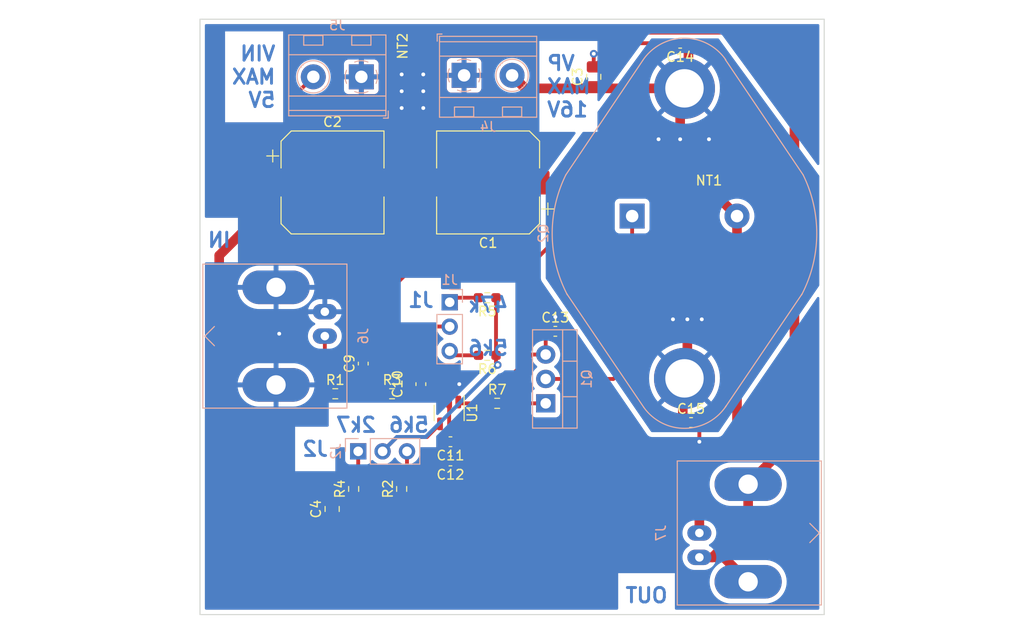
<source format=kicad_pcb>
(kicad_pcb (version 20211014) (generator pcbnew)
  (layers (0 "F.Cu" signal) (31 "B.Cu" signal) (34 "B.Paste" user) (35 "F.Paste" user) (36 "B.SilkS" user "B.Silkscreen") (37 "F.SilkS" user "F.Silkscreen") (38 "B.Mask" user) (39 "F.Mask" user) (44 "Edge.Cuts" user))
  (net 0 "")
  (net 1 "vpower")
  (net 2 "GND")
  (net 3 "vin")
  (net 4 "/sallen_mid_0")
  (net 5 "/feedback0")
  (net 6 "/in0+")
  (net 7 "/rsel01-")
  (net 8 "/rsel01+")
  (net 9 "/in0")
  (net 10 "/out0-")
  (net 11 "/out0+")
  (net 12 "/opout0")
  (net 13 "/rsel02+")
  (net 14 "/in0-")
  (net 15 "/rsel02-")
  (net 16 "/opout_r0")
  (net 17 "/opout_base_0")
  (footprint "Resistor_SMD:R_0603_1608Metric_Pad0.98x0.95mm_HandSolder" (layer "F.Cu") (at 52.925 72)
    (fp_text reference "R3" (at 0 -1.43) (layer "F.SilkS"))
    (fp_text value "82k")
    (fp_line (start -0.254724 0.5225) (end 0.254724 0.5225) (layer "F.SilkS") (width 0.12))
    (fp_line (start -0.254724 -0.5225) (end 0.254724 -0.5225) (layer "F.SilkS") (width 0.12))
    (pad "1" smd roundrect locked (at -0.9125 0) (size 0.975 0.95) (layers "F.Cu" "F.Paste" "F.Mask") (net 4 "/sallen_mid_0"))
    (pad "2" smd roundrect locked (at 0.9125 0) (size 0.975 0.95) (layers "F.Cu" "F.Paste" "F.Mask") (net 6 "/in0+"))
  )
  (footprint "Capacitor_SMD:C_0603_1608Metric_Pad1.08x0.95mm_HandSolder" (layer "F.Cu") (at 55.925 71 90)
    (fp_text reference "C10" (at 0 -2.43 90) (layer "F.SilkS"))
    (fp_text value "18p")
    (fp_line (start -0.146267 0.51) (end 0.146267 0.51) (layer "F.SilkS") (width 0.12))
    (fp_line (start -0.146267 -0.51) (end 0.146267 -0.51) (layer "F.SilkS") (width 0.12))
    (pad "1" smd roundrect locked (at -0.8625 0 90) (size 1.075 0.95) (layers "F.Cu" "F.Paste" "F.Mask") (net 6 "/in0+"))
    (pad "2" smd roundrect locked (at 0.8625 0 90) (size 1.075 0.95) (layers "F.Cu" "F.Paste" "F.Mask") (net 2 "GND"))
  )
  (footprint "Capacitor_SMD:C_0603_1608Metric_Pad1.08x0.95mm_HandSolder" (layer "F.Cu") (at 59.0075 77 180)
    (fp_text reference "C11" (at 0 -1.43) (layer "F.SilkS"))
    (fp_text value "100n")
    (fp_line (start -0.146267 -0.51) (end 0.146267 -0.51) (layer "F.SilkS") (width 0.12))
    (fp_line (start -0.146267 0.51) (end 0.146267 0.51) (layer "F.SilkS") (width 0.12))
    (pad "1" smd roundrect locked (at -0.8625 0 180) (size 1.075 0.95) (layers "F.Cu" "F.Paste" "F.Mask") (net 3 "vin"))
    (pad "2" smd roundrect locked (at 0.8625 0 180) (size 1.075 0.95) (layers "F.Cu" "F.Paste" "F.Mask") (net 2 "GND"))
  )
  (footprint "Capacitor_SMD:C_0603_1608Metric_Pad1.08x0.95mm_HandSolder" (layer "F.Cu") (at 82.925 35.5 180)
    (fp_text reference "C14" (at 0 -1.43) (layer "F.SilkS"))
    (fp_text value "100n")
    (fp_line (start -0.146267 0.51) (end 0.146267 0.51) (layer "F.SilkS") (width 0.12))
    (fp_line (start -0.146267 -0.51) (end 0.146267 -0.51) (layer "F.SilkS") (width 0.12))
    (pad "1" smd roundrect locked (at -0.8625 0 180) (size 1.075 0.95) (layers "F.Cu" "F.Paste" "F.Mask") (net 1 "vpower"))
    (pad "2" smd roundrect locked (at 0.8625 0 180) (size 1.075 0.95) (layers "F.Cu" "F.Paste" "F.Mask") (net 2 "GND"))
  )
  (footprint "Capacitor_SMD:CP_Elec_10x10.5" (layer "F.Cu") (at 62.925 50 180)
    (fp_text reference "C1" (at 0 -6.3) (layer "F.SilkS"))
    (fp_text value "100u")
    (fp_line (start -5.36 4.295563) (end -4.295563 5.36) (layer "F.SilkS") (width 0.12))
    (fp_line (start 5.36 5.36) (end 5.36 1.51) (layer "F.SilkS") (width 0.12))
    (fp_line (start -4.295563 -5.36) (end 5.36 -5.36) (layer "F.SilkS") (width 0.12))
    (fp_line (start -6.85 -2.76) (end -5.6 -2.76) (layer "F.SilkS") (width 0.12))
    (fp_line (start -5.36 4.295563) (end -5.36 1.51) (layer "F.SilkS") (width 0.12))
    (fp_line (start -5.36 -4.295563) (end -5.36 -1.51) (layer "F.SilkS") (width 0.12))
    (fp_line (start -5.36 -4.295563) (end -4.295563 -5.36) (layer "F.SilkS") (width 0.12))
    (fp_line (start -4.295563 5.36) (end 5.36 5.36) (layer "F.SilkS") (width 0.12))
    (fp_line (start -6.225 -3.385) (end -6.225 -2.135) (layer "F.SilkS") (width 0.12))
    (fp_line (start 5.36 -5.36) (end 5.36 -1.51) (layer "F.SilkS") (width 0.12))
    (pad "1" smd roundrect locked (at -4.2 0 180) (size 4.4 2.5) (layers "F.Cu" "F.Paste" "F.Mask") (roundrect_rratio 0.1) (net 1 "vpower"))
    (pad "2" smd roundrect locked (at 4.2 0 180) (size 4.4 2.5) (layers "F.Cu" "F.Paste" "F.Mask") (roundrect_rratio 0.1) (net 2 "GND"))
  )
  (footprint "Capacitor_SMD:C_0603_1608Metric_Pad1.08x0.95mm_HandSolder" (layer "F.Cu") (at 69.925 65.5)
    (fp_text reference "C13" (at 0 -1.43) (layer "F.SilkS"))
    (fp_text value "100n")
    (fp_line (start -0.146267 -0.51) (end 0.146267 -0.51) (layer "F.SilkS") (width 0.12))
    (fp_line (start -0.146267 0.51) (end 0.146267 0.51) (layer "F.SilkS") (width 0.12))
    (pad "1" smd roundrect locked (at -0.8625 0) (size 1.075 0.95) (layers "F.Cu" "F.Paste" "F.Mask") (net 3 "vin"))
    (pad "2" smd roundrect locked (at 0.8625 0) (size 1.075 0.95) (layers "F.Cu" "F.Paste" "F.Mask") (net 2 "GND"))
  )
  (footprint "Resistor_SMD:R_0603_1608Metric_Pad0.98x0.95mm_HandSolder" (layer "F.Cu") (at 47.0125 72)
    (fp_text reference "R1" (at 0 -1.43) (layer "F.SilkS"))
    (fp_text value "47k")
    (fp_line (start -0.254724 0.5225) (end 0.254724 0.5225) (layer "F.SilkS") (width 0.12))
    (fp_line (start -0.254724 -0.5225) (end 0.254724 -0.5225) (layer "F.SilkS") (width 0.12))
    (pad "1" smd roundrect locked (at -0.9125 0) (size 0.975 0.95) (layers "F.Cu" "F.Paste" "F.Mask") (net 9 "/in0"))
    (pad "2" smd roundrect locked (at 0.9125 0) (size 0.975 0.95) (layers "F.Cu" "F.Paste" "F.Mask") (net 4 "/sallen_mid_0"))
  )
  (footprint "Package_TO_SOT_SMD:SOT-23-5" (layer "F.Cu") (at 58.87 74 -90)
    (fp_text reference "U1" (at 0 -2.4 90) (layer "F.SilkS"))
    (fp_text value "LMH6642MF")
    (fp_line (start 0 1.56) (end -0.8 1.56) (layer "F.SilkS") (width 0.12))
    (fp_line (start 0 -1.56) (end 0.8 -1.56) (layer "F.SilkS") (width 0.12))
    (fp_line (start 0 1.56) (end 0.8 1.56) (layer "F.SilkS") (width 0.12))
    (fp_line (start 0 -1.56) (end -1.8 -1.56) (layer "F.SilkS") (width 0.12))
    (pad "1" smd roundrect locked (at -1.1375 -0.95 270) (size 1.325 0.6) (layers "F.Cu" "F.Paste" "F.Mask") (net 16 "/opout_r0"))
    (pad "2" smd roundrect locked (at -1.1375 0 270) (size 1.325 0.6) (layers "F.Cu" "F.Paste" "F.Mask") (net 2 "GND"))
    (pad "3" smd roundrect locked (at -1.1375 0.95 270) (size 1.325 0.6) (layers "F.Cu" "F.Paste" "F.Mask") (net 6 "/in0+"))
    (pad "4" smd roundrect locked (at 1.1375 0.95 270) (size 1.325 0.6) (layers "F.Cu" "F.Paste" "F.Mask") (net 14 "/in0-"))
    (pad "5" smd roundrect locked (at 1.1375 -0.95 270) (size 1.325 0.6) (layers "F.Cu" "F.Paste" "F.Mask") (net 3 "vin"))
  )
  (footprint "Capacitor_SMD:C_0805_2012Metric_Pad1.18x1.45mm_HandSolder" (layer "F.Cu") (at 46.6875 84 90)
    (fp_text reference "C4" (at 0 -1.68 90) (layer "F.SilkS"))
    (fp_text value "10u")
    (fp_line (start -0.261252 -0.735) (end 0.261252 -0.735) (layer "F.SilkS") (width 0.12))
    (fp_line (start -0.261252 0.735) (end 0.261252 0.735) (layer "F.SilkS") (width 0.12))
    (pad "1" smd roundrect locked (at -1.0375 0 90) (size 1.175 1.45) (layers "F.Cu" "F.Paste" "F.Mask") (roundrect_rratio 0.2127659574) (net 3 "vin"))
    (pad "2" smd roundrect locked (at 1.0375 0 90) (size 1.175 1.45) (layers "F.Cu" "F.Paste" "F.Mask") (roundrect_rratio 0.2127659574) (net 2 "GND"))
  )
  (footprint "NetTie:NetTie-2_SMD_Pad0.5mm" (layer "F.Cu") (at 85.925 51)
    (fp_text reference "NT1" (at 0 -1.2) (layer "F.SilkS"))
    (fp_text value "x")
    (fp_poly (pts (xy -0.5 -0.25) (xy 0.5 -0.25) (xy 0.5 0.25) (xy -0.5 0.25)) (layer "F.Cu") (width 0) (fill solid))
    (pad "1" smd circle locked (at -0.5 0) (size 0.5 0.5) (layers "F.Cu") (net 5 "/feedback0"))
    (pad "2" smd circle locked (at 0.5 0) (size 0.5 0.5) (layers "F.Cu") (net 11 "/out0+"))
  )
  (footprint "Resistor_SMD:R_0603_1608Metric_Pad0.98x0.95mm_HandSolder" (layer "F.Cu") (at 48.925 81.9125 90)
    (fp_text reference "R4" (at 0 -1.43 90) (layer "F.SilkS"))
    (fp_text value "2k7")
    (fp_line (start -0.254724 0.5225) (end 0.254724 0.5225) (layer "F.SilkS") (width 0.12))
    (fp_line (start -0.254724 -0.5225) (end 0.254724 -0.5225) (layer "F.SilkS") (width 0.12))
    (pad "1" smd roundrect locked (at -0.9125 0 90) (size 0.975 0.95) (layers "F.Cu" "F.Paste" "F.Mask") (net 2 "GND"))
    (pad "2" smd roundrect locked (at 0.9125 0 90) (size 0.975 0.95) (layers "F.Cu" "F.Paste" "F.Mask") (net 8 "/rsel01+"))
  )
  (footprint "Resistor_SMD:R_0603_1608Metric_Pad0.98x0.95mm_HandSolder" (layer "F.Cu") (at 62.8375 68 180)
    (fp_text reference "R6" (at 0 -1.43) (layer "F.SilkS"))
    (fp_text value "5k6")
    (fp_line (start -0.254724 -0.5225) (end 0.254724 -0.5225) (layer "F.SilkS") (width 0.12))
    (fp_line (start -0.254724 0.5225) (end 0.254724 0.5225) (layer "F.SilkS") (width 0.12))
    (pad "1" smd roundrect locked (at -0.9125 0 180) (size 0.975 0.95) (layers "F.Cu" "F.Paste" "F.Mask") (net 14 "/in0-"))
    (pad "2" smd roundrect locked (at 0.9125 0 180) (size 0.975 0.95) (layers "F.Cu" "F.Paste" "F.Mask") (net 15 "/rsel02-"))
  )
  (footprint "Capacitor_SMD:C_0603_1608Metric_Pad1.08x0.95mm_HandSolder" (layer "F.Cu") (at 59.0075 79 180)
    (fp_text reference "C12" (at 0 -1.43) (layer "F.SilkS"))
    (fp_text value "1u")
    (fp_line (start -0.146267 0.51) (end 0.146267 0.51) (layer "F.SilkS") (width 0.12))
    (fp_line (start -0.146267 -0.51) (end 0.146267 -0.51) (layer "F.SilkS") (width 0.12))
    (pad "1" smd roundrect locked (at -0.8625 0 180) (size 1.075 0.95) (layers "F.Cu" "F.Paste" "F.Mask") (net 3 "vin"))
    (pad "2" smd roundrect locked (at 0.8625 0 180) (size 1.075 0.95) (layers "F.Cu" "F.Paste" "F.Mask") (net 2 "GND"))
  )
  (footprint "Capacitor_SMD:C_0805_2012Metric_Pad1.18x1.45mm_HandSolder" (layer "F.Cu") (at 73.925 39 90)
    (fp_text reference "C3" (at 0 -1.68 90) (layer "F.SilkS"))
    (fp_text value "10u")
    (fp_line (start -0.261252 -0.735) (end 0.261252 -0.735) (layer "F.SilkS") (width 0.12))
    (fp_line (start -0.261252 0.735) (end 0.261252 0.735) (layer "F.SilkS") (width 0.12))
    (pad "1" smd roundrect locked (at -1.0375 0 90) (size 1.175 1.45) (layers "F.Cu" "F.Paste" "F.Mask") (roundrect_rratio 0.2127659574) (net 1 "vpower"))
    (pad "2" smd roundrect locked (at 1.0375 0 90) (size 1.175 1.45) (layers "F.Cu" "F.Paste" "F.Mask") (roundrect_rratio 0.2127659574) (net 2 "GND"))
  )
  (footprint "Capacitor_SMD:C_0603_1608Metric_Pad1.08x0.95mm_HandSolder" (layer "F.Cu") (at 49.925 68.8625 90)
    (fp_text reference "C9" (at 0 -1.43 90) (layer "F.SilkS"))
    (fp_text value "39p")
    (fp_line (start -0.146267 0.51) (end 0.146267 0.51) (layer "F.SilkS") (width 0.12))
    (fp_line (start -0.146267 -0.51) (end 0.146267 -0.51) (layer "F.SilkS") (width 0.12))
    (pad "1" smd roundrect locked (at -0.8625 0 90) (size 1.075 0.95) (layers "F.Cu" "F.Paste" "F.Mask") (net 4 "/sallen_mid_0"))
    (pad "2" smd roundrect locked (at 0.8625 0 90) (size 1.075 0.95) (layers "F.Cu" "F.Paste" "F.Mask") (net 5 "/feedback0"))
  )
  (footprint "Resistor_SMD:R_0603_1608Metric_Pad0.98x0.95mm_HandSolder" (layer "F.Cu") (at 53.925 81.9125 90)
    (fp_text reference "R2" (at 0 -1.43 90) (layer "F.SilkS"))
    (fp_text value "5k6")
    (fp_line (start -0.254724 0.5225) (end 0.254724 0.5225) (layer "F.SilkS") (width 0.12))
    (fp_line (start -0.254724 -0.5225) (end 0.254724 -0.5225) (layer "F.SilkS") (width 0.12))
    (pad "1" smd roundrect locked (at -0.9125 0 90) (size 0.975 0.95) (layers "F.Cu" "F.Paste" "F.Mask") (net 2 "GND"))
    (pad "2" smd roundrect locked (at 0.9125 0 90) (size 0.975 0.95) (layers "F.Cu" "F.Paste" "F.Mask") (net 13 "/rsel02+"))
  )
  (footprint "Capacitor_SMD:CP_Elec_10x10.5" (layer "F.Cu") (at 46.725 50)
    (fp_text reference "C2" (at 0 -6.3) (layer "F.SilkS"))
    (fp_text value "100u")
    (fp_line (start -5.36 -4.295563) (end -5.36 -1.51) (layer "F.SilkS") (width 0.12))
    (fp_line (start -4.295563 5.36) (end 5.36 5.36) (layer "F.SilkS") (width 0.12))
    (fp_line (start -5.36 4.295563) (end -4.295563 5.36) (layer "F.SilkS") (width 0.12))
    (fp_line (start 5.36 -5.36) (end 5.36 -1.51) (layer "F.SilkS") (width 0.12))
    (fp_line (start 5.36 5.36) (end 5.36 1.51) (layer "F.SilkS") (width 0.12))
    (fp_line (start -5.36 -4.295563) (end -4.295563 -5.36) (layer "F.SilkS") (width 0.12))
    (fp_line (start -6.225 -3.385) (end -6.225 -2.135) (layer "F.SilkS") (width 0.12))
    (fp_line (start -5.36 4.295563) (end -5.36 1.51) (layer "F.SilkS") (width 0.12))
    (fp_line (start -6.85 -2.76) (end -5.6 -2.76) (layer "F.SilkS") (width 0.12))
    (fp_line (start -4.295563 -5.36) (end 5.36 -5.36) (layer "F.SilkS") (width 0.12))
    (pad "1" smd roundrect locked (at -4.2 0) (size 4.4 2.5) (layers "F.Cu" "F.Paste" "F.Mask") (roundrect_rratio 0.1) (net 3 "vin"))
    (pad "2" smd roundrect locked (at 4.2 0) (size 4.4 2.5) (layers "F.Cu" "F.Paste" "F.Mask") (roundrect_rratio 0.1) (net 2 "GND"))
  )
  (footprint "Capacitor_SMD:C_0603_1608Metric_Pad1.08x0.95mm_HandSolder" (layer "F.Cu") (at 84.0625 75)
    (fp_text reference "C15" (at 0 -1.43) (layer "F.SilkS"))
    (fp_text value "100n")
    (fp_line (start -0.146267 0.51) (end 0.146267 0.51) (layer "F.SilkS") (width 0.12))
    (fp_line (start -0.146267 -0.51) (end 0.146267 -0.51) (layer "F.SilkS") (width 0.12))
    (pad "1" smd roundrect locked (at -0.8625 0) (size 1.075 0.95) (layers "F.Cu" "F.Paste" "F.Mask") (net 1 "vpower"))
    (pad "2" smd roundrect locked (at 0.8625 0) (size 1.075 0.95) (layers "F.Cu" "F.Paste" "F.Mask") (net 2 "GND"))
  )
  (footprint "Resistor_SMD:R_0603_1608Metric_Pad0.98x0.95mm_HandSolder" (layer "F.Cu") (at 63.87 73)
    (fp_text reference "R7" (at 0 -1.43) (layer "F.SilkS"))
    (fp_text value "100")
    (fp_line (start -0.254724 -0.5225) (end 0.254724 -0.5225) (layer "F.SilkS") (width 0.12))
    (fp_line (start -0.254724 0.5225) (end 0.254724 0.5225) (layer "F.SilkS") (width 0.12))
    (pad "1" smd roundrect locked (at -0.9125 0) (size 0.975 0.95) (layers "F.Cu" "F.Paste" "F.Mask") (net 16 "/opout_r0"))
    (pad "2" smd roundrect locked (at 0.9125 0) (size 0.975 0.95) (layers "F.Cu" "F.Paste" "F.Mask") (net 17 "/opout_base_0"))
  )
  (footprint "Resistor_SMD:R_0603_1608Metric_Pad0.98x0.95mm_HandSolder" (layer "F.Cu") (at 62.8375 62 180)
    (fp_text reference "R5" (at 0 -1.43) (layer "F.SilkS"))
    (fp_text value "47k")
    (fp_line (start -0.254724 -0.5225) (end 0.254724 -0.5225) (layer "F.SilkS") (width 0.12))
    (fp_line (start -0.254724 0.5225) (end 0.254724 0.5225) (layer "F.SilkS") (width 0.12))
    (pad "1" smd roundrect locked (at -0.9125 0 180) (size 0.975 0.95) (layers "F.Cu" "F.Paste" "F.Mask") (net 14 "/in0-"))
    (pad "2" smd roundrect locked (at 0.9125 0 180) (size 0.975 0.95) (layers "F.Cu" "F.Paste" "F.Mask") (net 7 "/rsel01-"))
  )
  (footprint "NetTie:NetTie-2_SMD_Pad0.5mm" (layer "F.Cu") (at 55.225 35.8 90)
    (fp_text reference "NT2" (at 0 -1.2 90) (layer "F.SilkS"))
    (fp_text value "x")
    (fp_poly (pts (xy -0.5 -0.25) (xy 0.5 -0.25) (xy 0.5 0.25) (xy -0.5 0.25)) (layer "F.Cu") (width 0) (fill solid))
    (pad "1" smd circle locked (at -0.5 0 90) (size 0.5 0.5) (layers "F.Cu") (net 2 "GND"))
    (pad "2" smd circle locked (at 0.5 0 90) (size 0.5 0.5) (layers "F.Cu") (net 10 "/out0-"))
  )
  (footprint "Connector_Coaxial:BNC_Amphenol_B6252HB-NPP3G-50_Horizontal" (layer "B.Cu") (at 45.925 66 -90)
    (fp_text reference "J6" (at 0 -4 90) (layer "B.SilkS") (effects (justify mirror)))
    (fp_text value "test_in")
    (fp_line (start 0 12.5) (end 1 11.5) (layer "B.SilkS") (width 0.12))
    (fp_line (start 7.5 -2.3) (end -7.5 -2.3) (layer "B.SilkS") (width 0.12))
    (fp_line (start 7.5 12.7) (end 7.5 -2.3) (layer "B.SilkS") (width 0.12))
    (fp_line (start -7.5 -2.3) (end -7.5 12.7) (layer "B.SilkS") (width 0.12))
    (fp_line (start -7.5 12.7) (end 7.5 12.7) (layer "B.SilkS") (width 0.12))
    (fp_line (start 0 12.5) (end -1 11.5) (layer "B.SilkS") (width 0.12))
    (pad "1" thru_hole oval locked (at 0 0 270) (size 1.6 2.5) (drill 0.89) (layers *.Cu *.Mask) (net 9 "/in0"))
    (pad "2" thru_hole oval locked (at -5.08 5.08 270) (size 3.5 7) (drill 2.01) (layers *.Cu *.Mask) (net 2 "GND"))
    (pad "2" thru_hole oval locked (at 5.08 5.08 270) (size 3.5 7) (drill 2.01) (layers *.Cu *.Mask) (net 2 "GND"))
    (pad "2" thru_hole oval locked (at -2.54 0 270) (size 1.6 2.5) (drill 0.89) (layers *.Cu *.Mask) (net 2 "GND"))
  )
  (footprint "TerminalBlock_MetzConnect:TerminalBlock_MetzConnect_Type094_RT03502HBLU_1x02_P5.00mm_Horizontal" (layer "B.Cu") (at 60.425 38.845)
    (fp_text reference "J4" (at 2.5 5.36) (layer "B.SilkS") (effects (justify mirror)))
    (fp_text value "power")
    (fp_line (start 6.275 1.069) (end 6.228 1.023) (layer "B.SilkS") (width 0.12))
    (fp_line (start 4 4.3) (end 4 3.3) (layer "B.SilkS") (width 0.12))
    (fp_line (start -1 3.3) (end 1 3.3) (layer "B.SilkS") (width 0.12))
    (fp_line (start -2.8 -4.3) (end -2.3 -4.3) (layer "B.SilkS") (width 0.12))
    (fp_line (start -2.56 4.36) (end -2.56 -4.06) (layer "B.SilkS") (width 0.12))
    (fp_line (start 4 4.3) (end 6 4.3) (layer "B.SilkS") (width 0.12))
    (fp_line (start 6.07 1.275) (end 6.035 1.239) (layer "B.SilkS") (width 0.12))
    (fp_line (start -2.56 -3.5) (end 7.56 -3.5) (layer "B.SilkS") (width 0.12))
    (fp_line (start 1 4.3) (end 1 3.3) (layer "B.SilkS") (width 0.12))
    (fp_line (start -2.56 -2) (end 7.56 -2) (layer "B.SilkS") (width 0.12))
    (fp_line (start -2.56 4.36) (end 7.56 4.36) (layer "B.SilkS") (width 0.12))
    (fp_line (start -1 4.3) (end 1 4.3) (layer "B.SilkS") (width 0.12))
    (fp_line (start -1 4.3) (end -1 3.3) (layer "B.SilkS") (width 0.12))
    (fp_line (start 3.966 -1.239) (end 3.931 -1.274) (layer "B.SilkS") (width 0.12))
    (fp_line (start 4 3.3) (end 6 3.3) (layer "B.SilkS") (width 0.12))
    (fp_line (start 6 4.3) (end 6 3.3) (layer "B.SilkS") (width 0.12))
    (fp_line (start -2.56 2.301) (end 7.56 2.301) (layer "B.SilkS") (width 0.12))
    (fp_line (start -2.8 -3.56) (end -2.8 -4.3) (layer "B.SilkS") (width 0.12))
    (fp_line (start -2.56 -4.06) (end 7.56 -4.06) (layer "B.SilkS") (width 0.12))
    (fp_line (start 3.773 -1.023) (end 3.726 -1.069) (layer "B.SilkS") (width 0.12))
    (fp_line (start 7.56 4.36) (end 7.56 -4.06) (layer "B.SilkS") (width 0.12))
    (fp_arc (start 0 -1.68) (mid 0.349292 -1.643288) (end 0.683318 -1.534756) (layer "B.SilkS") (width 0.12))
    (fp_arc (start -1.535 0.684) (mid -1.6805 0.000524) (end -1.535427 -0.683042) (layer "B.SilkS") (width 0.12))
    (fp_arc (start -0.684 -1.535) (mid -0.335551 -1.646659) (end 0.028805 -1.680253) (layer "B.SilkS") (width 0.12))
    (fp_arc (start 1.535 -0.684) (mid 1.6805 -0.000524) (end 1.535427 0.683042) (layer "B.SilkS") (width 0.12))
    (fp_arc (start 0.684 1.535) (mid 0.000524 1.6805) (end -0.683042 1.535427) (layer "B.SilkS") (width 0.12))
    (fp_circle (center 5 0) (end 6.68 0) (layer "B.SilkS") (width 0.12) (fill none))
    (pad "1" thru_hole rect locked (at 0 0) (size 2.6 2.6) (drill 1.3) (layers *.Cu *.Mask) (net 2 "GND"))
    (pad "2" thru_hole circle locked (at 5 0) (size 2.6 2.6) (drill 1.3) (layers *.Cu *.Mask) (net 1 "vpower"))
  )
  (footprint "Connector_PinHeader_2.54mm:PinHeader_1x03_P2.54mm_Vertical" (layer "B.Cu") (at 49.4 78 -90)
    (fp_text reference "J2" (at 0 2.33 90) (layer "B.SilkS") (effects (justify mirror)))
    (fp_text value "jmp")
    (fp_line (start -1.33 -1.27) (end 1.33 -1.27) (layer "B.SilkS") (width 0.12))
    (fp_line (start -1.33 -6.41) (end 1.33 -6.41) (layer "B.SilkS") (width 0.12))
    (fp_line (start -1.33 1.33) (end 0 1.33) (layer "B.SilkS") (width 0.12))
    (fp_line (start -1.33 0) (end -1.33 1.33) (layer "B.SilkS") (width 0.12))
    (fp_line (start 1.33 -1.27) (end 1.33 -6.41) (layer "B.SilkS") (width 0.12))
    (fp_line (start -1.33 -1.27) (end -1.33 -6.41) (layer "B.SilkS") (width 0.12))
    (pad "1" thru_hole rect locked (at 0 0 270) (size 1.7 1.7) (drill 1) (layers *.Cu *.Mask) (net 8 "/rsel01+"))
    (pad "2" thru_hole oval locked (at 0 -2.54 270) (size 1.7 1.7) (drill 1) (layers *.Cu *.Mask) (net 14 "/in0-"))
    (pad "3" thru_hole oval locked (at 0 -5.08 270) (size 1.7 1.7) (drill 1) (layers *.Cu *.Mask) (net 13 "/rsel02+"))
  )
  (footprint "Connector_PinHeader_2.54mm:PinHeader_1x03_P2.54mm_Vertical" (layer "B.Cu") (at 58.925 62.475 180)
    (fp_text reference "J1" (at 0 2.33) (layer "B.SilkS") (effects (justify mirror)))
    (fp_text value "jmp")
    (fp_line (start 1.33 -1.27) (end 1.33 -6.41) (layer "B.SilkS") (width 0.12))
    (fp_line (start -1.33 -1.27) (end 1.33 -1.27) (layer "B.SilkS") (width 0.12))
    (fp_line (start -1.33 1.33) (end 0 1.33) (layer "B.SilkS") (width 0.12))
    (fp_line (start -1.33 -1.27) (end -1.33 -6.41) (layer "B.SilkS") (width 0.12))
    (fp_line (start -1.33 -6.41) (end 1.33 -6.41) (layer "B.SilkS") (width 0.12))
    (fp_line (start -1.33 0) (end -1.33 1.33) (layer "B.SilkS") (width 0.12))
    (pad "1" thru_hole rect locked (at 0 0 180) (size 1.7 1.7) (drill 1) (layers *.Cu *.Mask) (net 7 "/rsel01-"))
    (pad "2" thru_hole oval locked (at 0 -2.54 180) (size 1.7 1.7) (drill 1) (layers *.Cu *.Mask) (net 5 "/feedback0"))
    (pad "3" thru_hole oval locked (at 0 -5.08 180) (size 1.7 1.7) (drill 1) (layers *.Cu *.Mask) (net 15 "/rsel02-"))
  )
  (footprint "Connector_Coaxial:BNC_Amphenol_B6252HB-NPP3G-50_Horizontal" (layer "B.Cu") (at 84.925 86.5 90)
    (fp_text reference "J7" (at 0 -4 90) (layer "B.SilkS") (effects (justify mirror)))
    (fp_text value "Conn_Coaxial")
    (fp_line (start 0 12.5) (end 1 11.5) (layer "B.SilkS") (width 0.12))
    (fp_line (start 7.5 -2.3) (end -7.5 -2.3) (layer "B.SilkS") (width 0.12))
    (fp_line (start -7.5 -2.3) (end -7.5 12.7) (layer "B.SilkS") (width 0.12))
    (fp_line (start 0 12.5) (end -1 11.5) (layer "B.SilkS") (width 0.12))
    (fp_line (start 7.5 12.7) (end 7.5 -2.3) (layer "B.SilkS") (width 0.12))
    (fp_line (start -7.5 12.7) (end 7.5 12.7) (layer "B.SilkS") (width 0.12))
    (pad "1" thru_hole oval locked (at 0 0 90) (size 1.6 2.5) (drill 0.89) (layers *.Cu *.Mask) (net 11 "/out0+"))
    (pad "2" thru_hole oval locked (at -2.54 0 90) (size 1.6 2.5) (drill 0.89) (layers *.Cu *.Mask) (net 10 "/out0-"))
    (pad "2" thru_hole oval locked (at -5.08 5.08 90) (size 3.5 7) (drill 2.01) (layers *.Cu *.Mask) (net 10 "/out0-"))
    (pad "2" thru_hole oval locked (at 5.08 5.08 90) (size 3.5 7) (drill 2.01) (layers *.Cu *.Mask) (net 10 "/out0-"))
  )
  (footprint "Package_TO_SOT_THT:TO-3" (layer "B.Cu") (at 77.925 53.5 -90)
    (fp_text reference "Q2" (at 1.8 9.25 90) (layer "B.SilkS") (effects (justify mirror)))
    (fp_text value "2n5039")
    (fp_line (start -4.3 6.9) (end -16.2 -1.1) (layer "B.SilkS") (width 0.12))
    (fp_line (start 8.1 -17.7) (end 19.9 -9.7) (layer "B.SilkS") (width 0.12))
    (fp_line (start 8.1 6.8) (end 19.9 -1.2) (layer "B.SilkS") (width 0.12))
    (fp_line (start -4.3 -17.8) (end -16.3 -9.7) (layer "B.SilkS") (width 0.12))
    (fp_arc (start -4.3 -17.8) (mid 1.971643 -19.223273) (end 8.20587 -17.644152) (layer "B.SilkS") (width 0.12))
    (fp_arc (start -16.2 -1.1) (mid -18.527842 -5.403471) (end -16.276967 -9.747694) (layer "B.SilkS") (width 0.12))
    (fp_arc (start 8.20587 6.744152) (mid 1.971643 8.323273) (end -4.3 6.9) (layer "B.SilkS") (width 0.12))
    (fp_arc (start 19.747176 -9.803859) (mid 22.101343 -5.542388) (end 19.9 -1.2) (layer "B.SilkS") (width 0.12))
    (pad "1" thru_hole rect locked (at 0 0 270) (size 2.6 2.6) (drill 1.3) (layers *.Cu *.Mask) (net 12 "/opout0"))
    (pad "2" thru_hole circle locked (at 0 -10.92 270) (size 2.6 2.6) (drill 1.3) (layers *.Cu *.Mask) (net 11 "/out0+"))
    (pad "3" thru_hole circle locked (at 16.9 -5.45 270) (size 6.35 6.35) (drill 4) (layers *.Cu *.Mask) (net 1 "vpower"))
    (pad "3" thru_hole circle locked (at -13.3 -5.45 270) (size 6.35 6.35) (drill 4) (layers *.Cu *.Mask) (net 1 "vpower"))
  )
  (footprint "TerminalBlock_MetzConnect:TerminalBlock_MetzConnect_Type094_RT03502HBLU_1x02_P5.00mm_Horizontal" (layer "B.Cu") (at 49.725 39 180)
    (fp_text reference "J5" (at 2.5 5.36) (layer "B.SilkS") (effects (justify mirror)))
    (fp_text value "power")
    (fp_line (start 4 4.3) (end 6 4.3) (layer "B.SilkS") (width 0.12))
    (fp_line (start -2.56 4.36) (end 7.56 4.36) (layer "B.SilkS") (width 0.12))
    (fp_line (start -1 4.3) (end 1 4.3) (layer "B.SilkS") (width 0.12))
    (fp_line (start 1 4.3) (end 1 3.3) (layer "B.SilkS") (width 0.12))
    (fp_line (start -2.8 -4.3) (end -2.3 -4.3) (layer "B.SilkS") (width 0.12))
    (fp_line (start -2.56 4.36) (end -2.56 -4.06) (layer "B.SilkS") (width 0.12))
    (fp_line (start -2.56 -2) (end 7.56 -2) (layer "B.SilkS") (width 0.12))
    (fp_line (start -1 3.3) (end 1 3.3) (layer "B.SilkS") (width 0.12))
    (fp_line (start 6 4.3) (end 6 3.3) (layer "B.SilkS") (width 0.12))
    (fp_line (start -2.56 2.301) (end 7.56 2.301) (layer "B.SilkS") (width 0.12))
    (fp_line (start -2.56 -3.5) (end 7.56 -3.5) (layer "B.SilkS") (width 0.12))
    (fp_line (start -2.8 -3.56) (end -2.8 -4.3) (layer "B.SilkS") (width 0.12))
    (fp_line (start 6.275 1.069) (end 6.228 1.023) (layer "B.SilkS") (width 0.12))
    (fp_line (start -2.56 -4.06) (end 7.56 -4.06) (layer "B.SilkS") (width 0.12))
    (fp_line (start 3.966 -1.239) (end 3.931 -1.274) (layer "B.SilkS") (width 0.12))
    (fp_line (start 3.773 -1.023) (end 3.726 -1.069) (layer "B.SilkS") (width 0.12))
    (fp_line (start 7.56 4.36) (end 7.56 -4.06) (layer "B.SilkS") (width 0.12))
    (fp_line (start 6.07 1.275) (end 6.035 1.239) (layer "B.SilkS") (width 0.12))
    (fp_line (start 4 4.3) (end 4 3.3) (layer "B.SilkS") (width 0.12))
    (fp_line (start -1 4.3) (end -1 3.3) (layer "B.SilkS") (width 0.12))
    (fp_line (start 4 3.3) (end 6 3.3) (layer "B.SilkS") (width 0.12))
    (fp_arc (start 0 -1.68) (mid 0.349292 -1.643288) (end 0.683318 -1.534756) (layer "B.SilkS") (width 0.12))
    (fp_arc (start 1.535 -0.684) (mid 1.6805 -0.000524) (end 1.535427 0.683042) (layer "B.SilkS") (width 0.12))
    (fp_arc (start 0.684 1.535) (mid 0.000524 1.6805) (end -0.683042 1.535427) (layer "B.SilkS") (width 0.12))
    (fp_arc (start -1.535 0.684) (mid -1.6805 0.000524) (end -1.535427 -0.683042) (layer "B.SilkS") (width 0.12))
    (fp_arc (start -0.684 -1.535) (mid -0.335551 -1.646659) (end 0.028805 -1.680253) (layer "B.SilkS") (width 0.12))
    (fp_circle (center 5 0) (end 6.68 0) (layer "B.SilkS") (width 0.12) (fill none))
    (pad "1" thru_hole rect locked (at 0 0 180) (size 2.6 2.6) (drill 1.3) (layers *.Cu *.Mask) (net 2 "GND"))
    (pad "2" thru_hole circle locked (at 5 0 180) (size 2.6 2.6) (drill 1.3) (layers *.Cu *.Mask) (net 3 "vin"))
  )
  (footprint "Package_TO_SOT_THT:TO-220-3_Vertical" (layer "B.Cu") (at 68.925 73 90)
    (fp_text reference "Q1" (at 2.54 4.27 90) (layer "B.SilkS") (effects (justify mirror)))
    (fp_text value "mje15031")
    (fp_line (start -2.58 1.76) (end 7.66 1.76) (layer "B.SilkS") (width 0.12))
    (fp_line (start 4.391 3.27) (end 4.391 1.76) (layer "B.SilkS") (width 0.12))
    (fp_line (start 0.69 3.27) (end 0.69 1.76) (layer "B.SilkS") (width 0.12))
    (fp_line (start 7.66 3.27) (end 7.66 -1.371) (layer "B.SilkS") (width 0.12))
    (fp_line (start -2.58 3.27) (end 7.66 3.27) (layer "B.SilkS") (width 0.12))
    (fp_line (start -2.58 -1.371) (end 7.66 -1.371) (layer "B.SilkS") (width 0.12))
    (fp_line (start -2.58 3.27) (end -2.58 -1.371) (layer "B.SilkS") (width 0.12))
    (pad "1" thru_hole rect locked (at 0 0 90) (size 1.905 2) (drill 1.1) (layers *.Cu *.Mask) (net 17 "/opout_base_0"))
    (pad "2" thru_hole oval locked (at 2.54 0 90) (size 1.905 2) (drill 1.1) (layers *.Cu *.Mask) (net 12 "/opout0"))
    (pad "3" thru_hole oval locked (at 5.08 0 90) (size 1.905 2) (drill 1.1) (layers *.Cu *.Mask) (net 3 "vin"))
  )
  (gr_line (start 97.925 33) (end 32.925 33) (layer "Edge.Cuts") (width 0.1))
  (gr_line (start 32.925 95) (end 97.925 95) (layer "Edge.Cuts") (width 0.1))
  (gr_line (start 97.925 95) (end 97.925 33) (layer "Edge.Cuts") (width 0.1))
  (gr_line (start 32.925 33) (end 32.925 95) (layer "Edge.Cuts") (width 0.1))
  (gr_text "Power amp test V1\nAnton Lööf 2022" (at 36.925 90) (layer "F.Cu") (effects (font (size 1.5 1.5) (thickness 0.3)) (justify left)))
  (gr_text "IN" (at 34.925 56) (layer "B.Cu") (effects (font (size 1.5 1.5) (thickness 0.3)) (justify mirror)))
  (gr_text "VIN\nMAX\n5V" (at 40.925 39) (layer "B.Cu") (effects (font (size 1.5 1.5) (thickness 0.3)) (justify left mirror)))
  (gr_text "VP\nMAX\n16V" (at 68.925 40) (layer "B.Cu") (effects (font (size 1.5 1.5) (thickness 0.3)) (justify right mirror)))
  (gr_text "47k" (at 62.925 62.75) (layer "B.Cu") (effects (font (size 1.5 1.5) (thickness 0.3)) (justify mirror)))
  (gr_text "J2" (at 44.925 77.75) (layer "B.Cu") (effects (font (size 1.5 1.5) (thickness 0.3)) (justify mirror)))
  (gr_text "5k6" (at 54.675 75.25) (layer "B.Cu") (effects (font (size 1.5 1.5) (thickness 0.3)) (justify mirror)))
  (gr_text "5k6" (at 62.925 67.25) (layer "B.Cu") (effects (font (size 1.5 1.5) (thickness 0.3)) (justify mirror)))
  (gr_text "2k7" (at 49.175 75.25) (layer "B.Cu") (effects (font (size 1.5 1.5) (thickness 0.3)) (justify mirror)))
  (gr_text "J1" (at 55.925 62.25) (layer "B.Cu") (effects (font (size 1.5 1.5) (thickness 0.3)) (justify mirror)))
  (gr_text "OUT" (at 79.425 93) (layer "B.Cu") (effects (font (size 1.5 1.5) (thickness 0.3)) (justify mirror)))
  (segment (start 65.425 38.845) (end 67.125 40.545) (width 1) (layer "F.Cu") (net 1))
  (segment (start 67.125 40.545) (end 67.125 50) (width 1) (layer "F.Cu") (net 1))
  (segment (start 83.2 75) (end 83.2 70.575) (width 1) (layer "F.Cu") (net 1))
  (segment (start 66.78 40.2) (end 65.425 38.845) (width 1) (layer "F.Cu") (net 1))
  (segment (start 82.925 45.5) (end 82.925 40.65) (width 1) (layer "F.Cu") (net 1))
  (segment (start 82.925 40.65) (end 83.375 40.2) (width 1) (layer "F.Cu") (net 1))
  (segment (start 83.7875 35.5) (end 83.7875 39.7875) (width 1) (layer "F.Cu") (net 1))
  (segment (start 83.375 40.2) (end 66.78 40.2) (width 1) (layer "F.Cu") (net 1))
  (segment (start 83.675 64.25) (end 83.675 70.1) (width 1) (layer "F.Cu") (net 1))
  (segment (start 83.675 70.1) (end 83.375 70.4) (width 1) (layer "F.Cu") (net 1))
  (segment (start 85.925 45.5) (end 80.675 45.5) (width 1) (layer "F.Cu") (net 1))
  (segment (start 82.175 64.25) (end 85.175 64.25) (width 1) (layer "F.Cu") (net 1))
  (segment (start 83.2 70.575) (end 83.375 70.4) (width 1) (layer "F.Cu") (net 1))
  (segment (start 83.7875 39.7875) (end 83.375 40.2) (width 1) (layer "F.Cu") (net 1))
  (via (at 83.675 64.25) (size 0.8) (drill 0.4) (layers "F.Cu" "B.Cu") (net 1))
  (via (at 80.675 45.5) (size 0.8) (drill 0.4) (layers "F.Cu" "B.Cu") (net 1))
  (via (at 85.175 64.25) (size 0.8) (drill 0.4) (layers "F.Cu" "B.Cu") (net 1))
  (via (at 82.925 45.5) (size 0.8) (drill 0.4) (layers "F.Cu" "B.Cu") (net 1))
  (via (at 85.925 45.5) (size 0.8) (drill 0.4) (layers "F.Cu" "B.Cu") (net 1))
  (via (at 82.175 64.25) (size 0.8) (drill 0.4) (layers "F.Cu" "B.Cu") (net 1))
  (segment (start 76.3875 35.5) (end 73.925 37.9625) (width 0.4) (layer "F.Cu") (net 2))
  (segment (start 82.0625 35.5) (end 76.3875 35.5) (width 0.4) (layer "F.Cu") (net 2))
  (segment (start 58.87 76.275) (end 58.145 77) (width 0.4) (layer "F.Cu") (net 2))
  (segment (start 70.7875 65.5) (end 70.7875 64.8625) (width 0.4) (layer "F.Cu") (net 2))
  (segment (start 54.32 82.825) (end 58.145 79) (width 0.4) (layer "F.Cu") (net 2))
  (segment (start 41.175 65.75) (end 40.845 66.08) (width 0.4) (layer "F.Cu") (net 2))
  (segment (start 58.145 79) (end 58.145 77) (width 0.4) (layer "F.Cu") (net 2))
  (segment (start 41.175 65.75) (end 43.465 63.46) (width 0.4) (layer "F.Cu") (net 2))
  (segment (start 43.465 63.46) (end 45.925 63.46) (width 0.4) (layer "F.Cu") (net 2))
  (segment (start 58.87 71.0825) (end 59.8425 71.0825) (width 0.4) (layer "F.Cu") (net 2))
  (segment (start 46.6875 82.9625) (end 48.7875 82.9625) (width 0.4) (layer "F.Cu") (net 2))
  (segment (start 59.8425 71.0825) (end 59.925 71) (width 0.4) (layer "F.Cu") (net 2))
  (segment (start 57.925 70.1375) (end 58.87 71.0825) (width 0.4) (layer "F.Cu") (net 2))
  (segment (start 53.925 82.825) (end 54.32 82.825) (width 0.4) (layer "F.Cu") (net 2))
  (segment (start 40.845 65.42) (end 41.175 65.75) (width 0.4) (layer "F.Cu") (net 2))
  (segment (start 73.925 37.9625) (end 73.925 36.6) (width 0.4) (layer "F.Cu") (net 2))
  (segment (start 55.925 70.1375) (end 57.925 70.1375) (width 0.4) (layer "F.Cu") (net 2))
  (segment (start 40.845 66.08) (end 40.845 71.08) (width 0.4) (layer "F.Cu") (net 2))
  (segment (start 40.845 60.92) (end 40.845 65.42) (width 0.4) (layer "F.Cu") (net 2))
  (segment (start 58.87 71.0825) (end 58.87 72.8625) (width 0.4) (layer "F.Cu") (net 2))
  (segment (start 58.87 72.8625) (end 58.87 76.275) (width 0.4) (layer "F.Cu") (net 2))
  (segment (start 84.925 75) (end 84.925 77) (width 0.4) (layer "F.Cu") (net 2))
  (segment (start 48.925 82.825) (end 53.925 82.825) (width 0.4) (layer "F.Cu") (net 2))
  (segment (start 48.7875 82.9625) (end 48.925 82.825) (width 0.4) (layer "F.Cu") (net 2))
  (segment (start 70.7875 64.8625) (end 69.925 64) (width 0.4) (layer "F.Cu") (net 2))
  (via (at 59.925 71) (size 0.8) (drill 0.4) (layers "F.Cu" "B.Cu") (net 2))
  (via (at 41.175 65.75) (size 0.8) (drill 0.4) (layers "F.Cu" "B.Cu") (net 2))
  (via (at 56.175 38.75) (size 0.8) (drill 0.4) (layers "F.Cu" "B.Cu") (net 2))
  (via (at 84.925 77) (size 0.8) (drill 0.4) (layers "F.Cu" "B.Cu") (net 2))
  (via (at 53.925 38.75) (size 0.8) (drill 0.4) (layers "F.Cu" "B.Cu") (net 2))
  (via (at 73.925 36.6) (size 0.8) (drill 0.4) (layers "F.Cu" "B.Cu") (net 2))
  (via (at 56.175 42.25) (size 0.8) (drill 0.4) (layers "F.Cu" "B.Cu") (net 2))
  (via (at 69.925 64) (size 0.8) (drill 0.4) (layers "F.Cu" "B.Cu") (net 2))
  (via (at 53.925 40.5) (size 0.8) (drill 0.4) (layers "F.Cu" "B.Cu") (net 2))
  (via (at 53.925 42.25) (size 0.8) (drill 0.4) (layers "F.Cu" "B.Cu") (net 2))
  (via (at 56.175 40.5) (size 0.8) (drill 0.4) (layers "F.Cu" "B.Cu") (net 2))
  (segment (start 62.7875 75.1375) (end 59.82 75.1375) (width 0.4) (layer "F.Cu") (net 3))
  (segment (start 55.925 85) (end 59.87 81.055) (width 1) (layer "F.Cu") (net 3))
  (segment (start 42.525 50) (end 34.925 57.6) (width 1) (layer "F.Cu") (net 3))
  (segment (start 42.525 41.2) (end 44.725 39) (width 0.4) (layer "F.Cu") (net 3))
  (segment (start 63.89548 74.02952) (end 62.7875 75.1375) (width 0.4) (layer "F.Cu") (net 3))
  (segment (start 59.87 81.055) (end 59.87 79) (width 1) (layer "F.Cu") (net 3))
  (segment (start 67.525 67.92) (end 63.89548 71.54952) (width 0.4) (layer "F.Cu") (net 3))
  (segment (start 59.87 79) (end 59.87 75.1875) (width 0.4) (layer "F.Cu") (net 3))
  (segment (start 68.925 65.6375) (end 69.0625 65.5) (width 0.4) (layer "F.Cu") (net 3))
  (segment (start 59.87 75.1875) (end 59.82 75.1375) (width 0.4) (layer "F.Cu") (net 3))
  (segment (start 68.925 67.92) (end 67.525 67.92) (width 0.4) (layer "F.Cu") (net 3))
  (segment (start 34.925 79) (end 40.925 85) (width 1) (layer "F.Cu") (net 3))
  (segment (start 42.525 50) (end 42.525 41.2) (width 0.4) (layer "F.Cu") (net 3))
  (segment (start 63.89548 71.54952) (end 63.89548 74.02952) (width 0.4) (layer "F.Cu") (net 3))
  (segment (start 34.925 57.6) (end 34.925 79) (width 1) (layer "F.Cu") (net 3))
  (segment (start 40.925 85) (end 55.925 85) (width 1) (layer "F.Cu") (net 3))
  (segment (start 68.925 67.92) (end 68.925 65.6375) (width 0.4) (layer "F.Cu") (net 3))
  (segment (start 49.925 69.725) (end 49.925 69.9125) (width 0.4) (layer "F.Cu") (net 4))
  (segment (start 49.925 70) (end 47.925 72) (width 0.4) (layer "F.Cu") (net 4))
  (segment (start 49.925 69.9125) (end 52.0125 72) (width 0.4) (layer "F.Cu") (net 4))
  (segment (start 47.925 72) (end 52.0125 72) (width 0.4) (layer "F.Cu") (net 4))
  (segment (start 49.925 69.725) (end 49.925 70) (width 0.4) (layer "F.Cu") (net 4))
  (segment (start 84.425 50) (end 75.925 50) (width 0.4) (layer "F.Cu") (net 5))
  (segment (start 52.925 65) (end 49.925 68) (width 0.4) (layer "F.Cu") (net 5))
  (segment (start 85.425 51) (end 84.425 50) (width 0.4) (layer "F.Cu") (net 5))
  (segment (start 58.91 65) (end 52.925 65) (width 0.4) (layer "F.Cu") (net 5))
  (segment (start 49.925 64) (end 49.925 68) (width 0.4) (layer "F.Cu") (net 5))
  (segment (start 58.925 65.015) (end 58.91 65) (width 0.4) (layer "F.Cu") (net 5))
  (segment (start 54.725 59.2) (end 49.925 64) (width 0.4) (layer "F.Cu") (net 5))
  (segment (start 75.925 50) (end 66.725 59.2) (width 0.4) (layer "F.Cu") (net 5))
  (segment (start 66.725 59.2) (end 54.725 59.2) (width 0.4) (layer "F.Cu") (net 5))
  (segment (start 57.0575 72) (end 57.92 72.8625) (width 0.4) (layer "F.Cu") (net 6))
  (segment (start 53.8375 72) (end 57.0575 72) (width 0.4) (layer "F.Cu") (net 6))
  (segment (start 59.4 62) (end 58.925 62.475) (width 0.4) (layer "F.Cu") (net 7))
  (segment (start 61.925 62) (end 59.4 62) (width 0.4) (layer "F.Cu") (net 7))
  (segment (start 49.4 80.525) (end 49.4 78) (width 0.4) (layer "F.Cu") (net 8))
  (segment (start 48.925 81) (end 49.4 80.525) (width 0.4) (layer "F.Cu") (net 8))
  (segment (start 45.925 66) (end 45.925 71.825) (width 0.4) (layer "F.Cu") (net 9))
  (segment (start 45.925 71.825) (end 46.1 72) (width 0.4) (layer "F.Cu") (net 9))
  (segment (start 94.825 76.6) (end 94.825 37.1) (width 1) (layer "F.Cu") (net 10))
  (segment (start 90.005 81.42) (end 90.005 85.32) (width 1) (layer "F.Cu") (net 10))
  (segment (start 91.825 34.1) (end 55.42596 34.1) (width 1) (layer "F.Cu") (net 10))
  (segment (start 90.005 85.32) (end 86.285 89.04) (width 1) (layer "F.Cu") (net 10))
  (segment (start 55.42596 34.1) (end 55.22548 34.30048) (width 1) (layer "F.Cu") (net 10))
  (segment (start 94.825 37.1) (end 91.825 34.1) (width 1) (layer "F.Cu") (net 10))
  (segment (start 55.225 34.30096) (end 55.22548 34.30048) (width 0.4) (layer "F.Cu") (net 10))
  (segment (start 55.225 35.3) (end 55.225 34.30096) (width 0.4) (layer "F.Cu") (net 10))
  (segment (start 84.925 89.04) (end 87.465 89.04) (width 1) (layer "F.Cu") (net 10))
  (segment (start 87.465 89.04) (end 90.005 91.58) (width 1) (layer "F.Cu") (net 10))
  (segment (start 86.285 89.04) (end 84.925 89.04) (width 1) (layer "F.Cu") (net 10))
  (segment (start 90.005 81.42) (end 94.825 76.6) (width 1) (layer "F.Cu") (net 10))
  (segment (start 84.925 86.5) (end 84.925 80) (width 1) (layer "F.Cu") (net 11))
  (segment (start 84.925 80) (end 88.845 76.08) (width 1) (layer "F.Cu") (net 11))
  (segment (start 88.845 76.08) (end 88.845 53.5) (width 1) (layer "F.Cu") (net 11))
  (segment (start 88.845 53.5) (end 86.425 51.08) (width 1) (layer "F.Cu") (net 11))
  (segment (start 68.925 70.46) (end 75.965 70.46) (width 0.4) (layer "F.Cu") (net 12))
  (segment (start 75.965 70.46) (end 77.925 68.5) (width 0.4) (layer "F.Cu") (net 12))
  (segment (start 77.925 68.5) (end 77.925 53.5) (width 0.4) (layer "F.Cu") (net 12))
  (segment (start 53.925 81) (end 54.48 80.445) (width 0.4) (layer "F.Cu") (net 13))
  (segment (start 54.48 80.445) (end 54.48 78) (width 0.4) (layer "F.Cu") (net 13))
  (segment (start 56.5575 76.5) (end 57.92 75.1375) (width 0.4) (layer "F.Cu") (net 14))
  (segment (start 51.94 78) (end 53.44 76.5) (width 0.4) (layer "F.Cu") (net 14))
  (segment (start 63.75 68.825) (end 63.925 69) (width 0.4) (layer "F.Cu") (net 14))
  (segment (start 53.44 76.5) (end 56.5575 76.5) (width 0.4) (layer "F.Cu") (net 14))
  (segment (start 63.75 62) (end 63.75 68) (width 0.4) (layer "F.Cu") (net 14))
  (segment (start 63.75 68) (end 63.75 68.825) (width 0.4) (layer "F.Cu") (net 14))
  (via (at 63.925 69) (size 0.8) (drill 0.4) (layers "F.Cu" "B.Cu") (net 14))
  (segment (start 53.44 76.5) (end 51.94 78) (width 0.4) (layer "B.Cu") (net 14))
  (segment (start 56.425 76.5) (end 53.44 76.5) (width 0.4) (layer "B.Cu") (net 14))
  (segment (start 63.925 69) (end 56.425 76.5) (width 0.4) (layer "B.Cu") (net 14))
  (segment (start 61.925 68) (end 59.37 68) (width 0.4) (layer "F.Cu") (net 15))
  (segment (start 59.37 68) (end 58.925 67.555) (width 0.4) (layer "F.Cu") (net 15))
  (segment (start 59.82 72.895) (end 59.82 72.8625) (width 0.4) (layer "F.Cu") (net 16))
  (segment (start 62.9575 73) (end 59.925 73) (width 0.4) (layer "F.Cu") (net 16))
  (segment (start 59.925 73) (end 59.82 72.895) (width 0.4) (layer "F.Cu") (net 16))
  (segment (start 64.7825 73) (end 68.925 73) (width 0.4) (layer "F.Cu") (net 17))
  (zone (net 2) (net_name "GND") (layer "F.Cu") (priority 1) (connect_pads (clearance 0.508)) (min_thickness 0.254) (fill yes (thermal_gap 0.508) (thermal_bridge_width 0.508))
    (polygon (pts (xy 62.925 54) (xy 47.925 54) (xy 47.925 36) (xy 62.925 36)))
  )
  (zone (net 2) (net_name "GND") (layer "B.Cu") (connect_pads (clearance 0.508)) (min_thickness 0.254) (fill yes (thermal_gap 0.508) (thermal_bridge_width 0.508))
    (polygon (pts (xy 99.925 98) (xy 30.925 97) (xy 29.925 31) (xy 99.925 31)))
  )
  (zone (net 1) (net_name "vpower") (layer "B.Cu") (priority 1) (connect_pads (clearance 0.508)) (min_thickness 0.254) (fill yes (thermal_gap 0.508) (thermal_bridge_width 0.508))
    (polygon (pts (xy 97.925 50) (xy 97.925 60) (xy 86.925 76) (xy 79.925 76) (xy 68.925 60) (xy 68.925 50) (xy 79.925 35) (xy 86.925 35)))
  )
)
</source>
